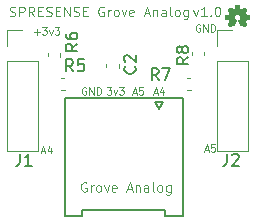
<source format=gto>
G04 #@! TF.GenerationSoftware,KiCad,Pcbnew,(5.1.4)-1*
G04 #@! TF.CreationDate,2020-05-04T16:36:29+09:00*
G04 #@! TF.ProjectId,SPRESENSE_GROVE_ANA,53505245-5345-44e5-9345-5f47524f5645,v0.2*
G04 #@! TF.SameCoordinates,Original*
G04 #@! TF.FileFunction,Legend,Top*
G04 #@! TF.FilePolarity,Positive*
%FSLAX46Y46*%
G04 Gerber Fmt 4.6, Leading zero omitted, Abs format (unit mm)*
G04 Created by KiCad (PCBNEW (5.1.4)-1) date 2020-05-04 16:36:29*
%MOMM*%
%LPD*%
G04 APERTURE LIST*
%ADD10C,0.100000*%
%ADD11C,0.120000*%
%ADD12C,0.002540*%
%ADD13C,0.150000*%
%ADD14C,1.275000*%
%ADD15R,1.750000X1.750000*%
%ADD16C,1.750000*%
%ADD17R,2.100000X2.100000*%
%ADD18O,2.100000X2.100000*%
G04 APERTURE END LIST*
D10*
X140287428Y-113638000D02*
X140573142Y-113638000D01*
X140230285Y-113809428D02*
X140430285Y-113209428D01*
X140630285Y-113809428D01*
X141116000Y-113209428D02*
X140830285Y-113209428D01*
X140801714Y-113495142D01*
X140830285Y-113466571D01*
X140887428Y-113438000D01*
X141030285Y-113438000D01*
X141087428Y-113466571D01*
X141116000Y-113495142D01*
X141144571Y-113552285D01*
X141144571Y-113695142D01*
X141116000Y-113752285D01*
X141087428Y-113780857D01*
X141030285Y-113809428D01*
X140887428Y-113809428D01*
X140830285Y-113780857D01*
X140801714Y-113752285D01*
X135969428Y-108812000D02*
X136255142Y-108812000D01*
X135912285Y-108983428D02*
X136112285Y-108383428D01*
X136312285Y-108983428D01*
X136769428Y-108583428D02*
X136769428Y-108983428D01*
X136626571Y-108354857D02*
X136483714Y-108783428D01*
X136855142Y-108783428D01*
X134191428Y-108812000D02*
X134477142Y-108812000D01*
X134134285Y-108983428D02*
X134334285Y-108383428D01*
X134534285Y-108983428D01*
X135020000Y-108383428D02*
X134734285Y-108383428D01*
X134705714Y-108669142D01*
X134734285Y-108640571D01*
X134791428Y-108612000D01*
X134934285Y-108612000D01*
X134991428Y-108640571D01*
X135020000Y-108669142D01*
X135048571Y-108726285D01*
X135048571Y-108869142D01*
X135020000Y-108926285D01*
X134991428Y-108954857D01*
X134934285Y-108983428D01*
X134791428Y-108983428D01*
X134734285Y-108954857D01*
X134705714Y-108926285D01*
X132000714Y-108383428D02*
X132372142Y-108383428D01*
X132172142Y-108612000D01*
X132257857Y-108612000D01*
X132315000Y-108640571D01*
X132343571Y-108669142D01*
X132372142Y-108726285D01*
X132372142Y-108869142D01*
X132343571Y-108926285D01*
X132315000Y-108954857D01*
X132257857Y-108983428D01*
X132086428Y-108983428D01*
X132029285Y-108954857D01*
X132000714Y-108926285D01*
X132572142Y-108583428D02*
X132715000Y-108983428D01*
X132857857Y-108583428D01*
X133029285Y-108383428D02*
X133400714Y-108383428D01*
X133200714Y-108612000D01*
X133286428Y-108612000D01*
X133343571Y-108640571D01*
X133372142Y-108669142D01*
X133400714Y-108726285D01*
X133400714Y-108869142D01*
X133372142Y-108926285D01*
X133343571Y-108954857D01*
X133286428Y-108983428D01*
X133115000Y-108983428D01*
X133057857Y-108954857D01*
X133029285Y-108926285D01*
X130225857Y-108412000D02*
X130168714Y-108383428D01*
X130083000Y-108383428D01*
X129997285Y-108412000D01*
X129940142Y-108469142D01*
X129911571Y-108526285D01*
X129883000Y-108640571D01*
X129883000Y-108726285D01*
X129911571Y-108840571D01*
X129940142Y-108897714D01*
X129997285Y-108954857D01*
X130083000Y-108983428D01*
X130140142Y-108983428D01*
X130225857Y-108954857D01*
X130254428Y-108926285D01*
X130254428Y-108726285D01*
X130140142Y-108726285D01*
X130511571Y-108983428D02*
X130511571Y-108383428D01*
X130854428Y-108983428D01*
X130854428Y-108383428D01*
X131140142Y-108983428D02*
X131140142Y-108383428D01*
X131283000Y-108383428D01*
X131368714Y-108412000D01*
X131425857Y-108469142D01*
X131454428Y-108526285D01*
X131483000Y-108640571D01*
X131483000Y-108726285D01*
X131454428Y-108840571D01*
X131425857Y-108897714D01*
X131368714Y-108954857D01*
X131283000Y-108983428D01*
X131140142Y-108983428D01*
X139877857Y-103078000D02*
X139820714Y-103049428D01*
X139735000Y-103049428D01*
X139649285Y-103078000D01*
X139592142Y-103135142D01*
X139563571Y-103192285D01*
X139535000Y-103306571D01*
X139535000Y-103392285D01*
X139563571Y-103506571D01*
X139592142Y-103563714D01*
X139649285Y-103620857D01*
X139735000Y-103649428D01*
X139792142Y-103649428D01*
X139877857Y-103620857D01*
X139906428Y-103592285D01*
X139906428Y-103392285D01*
X139792142Y-103392285D01*
X140163571Y-103649428D02*
X140163571Y-103049428D01*
X140506428Y-103649428D01*
X140506428Y-103049428D01*
X140792142Y-103649428D02*
X140792142Y-103049428D01*
X140935000Y-103049428D01*
X141020714Y-103078000D01*
X141077857Y-103135142D01*
X141106428Y-103192285D01*
X141135000Y-103306571D01*
X141135000Y-103392285D01*
X141106428Y-103506571D01*
X141077857Y-103563714D01*
X141020714Y-103620857D01*
X140935000Y-103649428D01*
X140792142Y-103649428D01*
X126444428Y-113765000D02*
X126730142Y-113765000D01*
X126387285Y-113936428D02*
X126587285Y-113336428D01*
X126787285Y-113936428D01*
X127244428Y-113536428D02*
X127244428Y-113936428D01*
X127101571Y-113307857D02*
X126958714Y-113736428D01*
X127330142Y-113736428D01*
X125844428Y-103674857D02*
X126301571Y-103674857D01*
X126073000Y-103903428D02*
X126073000Y-103446285D01*
X126530142Y-103303428D02*
X126901571Y-103303428D01*
X126701571Y-103532000D01*
X126787285Y-103532000D01*
X126844428Y-103560571D01*
X126873000Y-103589142D01*
X126901571Y-103646285D01*
X126901571Y-103789142D01*
X126873000Y-103846285D01*
X126844428Y-103874857D01*
X126787285Y-103903428D01*
X126615857Y-103903428D01*
X126558714Y-103874857D01*
X126530142Y-103846285D01*
X127101571Y-103503428D02*
X127244428Y-103903428D01*
X127387285Y-103503428D01*
X127558714Y-103303428D02*
X127930142Y-103303428D01*
X127730142Y-103532000D01*
X127815857Y-103532000D01*
X127873000Y-103560571D01*
X127901571Y-103589142D01*
X127930142Y-103646285D01*
X127930142Y-103789142D01*
X127901571Y-103846285D01*
X127873000Y-103874857D01*
X127815857Y-103903428D01*
X127644428Y-103903428D01*
X127587285Y-103874857D01*
X127558714Y-103846285D01*
X139319142Y-101809571D02*
X139509619Y-102342904D01*
X139700095Y-101809571D01*
X140423904Y-102342904D02*
X139966761Y-102342904D01*
X140195333Y-102342904D02*
X140195333Y-101542904D01*
X140119142Y-101657190D01*
X140042952Y-101733380D01*
X139966761Y-101771476D01*
X140766761Y-102266714D02*
X140804857Y-102304809D01*
X140766761Y-102342904D01*
X140728666Y-102304809D01*
X140766761Y-102266714D01*
X140766761Y-102342904D01*
X141300095Y-101542904D02*
X141376285Y-101542904D01*
X141452476Y-101581000D01*
X141490571Y-101619095D01*
X141528666Y-101695285D01*
X141566761Y-101847666D01*
X141566761Y-102038142D01*
X141528666Y-102190523D01*
X141490571Y-102266714D01*
X141452476Y-102304809D01*
X141376285Y-102342904D01*
X141300095Y-102342904D01*
X141223904Y-102304809D01*
X141185809Y-102266714D01*
X141147714Y-102190523D01*
X141109619Y-102038142D01*
X141109619Y-101847666D01*
X141147714Y-101695285D01*
X141185809Y-101619095D01*
X141223904Y-101581000D01*
X141300095Y-101542904D01*
X123756095Y-102304809D02*
X123870380Y-102342904D01*
X124060857Y-102342904D01*
X124137047Y-102304809D01*
X124175142Y-102266714D01*
X124213238Y-102190523D01*
X124213238Y-102114333D01*
X124175142Y-102038142D01*
X124137047Y-102000047D01*
X124060857Y-101961952D01*
X123908476Y-101923857D01*
X123832285Y-101885761D01*
X123794190Y-101847666D01*
X123756095Y-101771476D01*
X123756095Y-101695285D01*
X123794190Y-101619095D01*
X123832285Y-101581000D01*
X123908476Y-101542904D01*
X124098952Y-101542904D01*
X124213238Y-101581000D01*
X124556095Y-102342904D02*
X124556095Y-101542904D01*
X124860857Y-101542904D01*
X124937047Y-101581000D01*
X124975142Y-101619095D01*
X125013238Y-101695285D01*
X125013238Y-101809571D01*
X124975142Y-101885761D01*
X124937047Y-101923857D01*
X124860857Y-101961952D01*
X124556095Y-101961952D01*
X125813238Y-102342904D02*
X125546571Y-101961952D01*
X125356095Y-102342904D02*
X125356095Y-101542904D01*
X125660857Y-101542904D01*
X125737047Y-101581000D01*
X125775142Y-101619095D01*
X125813238Y-101695285D01*
X125813238Y-101809571D01*
X125775142Y-101885761D01*
X125737047Y-101923857D01*
X125660857Y-101961952D01*
X125356095Y-101961952D01*
X126156095Y-101923857D02*
X126422761Y-101923857D01*
X126537047Y-102342904D02*
X126156095Y-102342904D01*
X126156095Y-101542904D01*
X126537047Y-101542904D01*
X126841809Y-102304809D02*
X126956095Y-102342904D01*
X127146571Y-102342904D01*
X127222761Y-102304809D01*
X127260857Y-102266714D01*
X127298952Y-102190523D01*
X127298952Y-102114333D01*
X127260857Y-102038142D01*
X127222761Y-102000047D01*
X127146571Y-101961952D01*
X126994190Y-101923857D01*
X126918000Y-101885761D01*
X126879904Y-101847666D01*
X126841809Y-101771476D01*
X126841809Y-101695285D01*
X126879904Y-101619095D01*
X126918000Y-101581000D01*
X126994190Y-101542904D01*
X127184666Y-101542904D01*
X127298952Y-101581000D01*
X127641809Y-101923857D02*
X127908476Y-101923857D01*
X128022761Y-102342904D02*
X127641809Y-102342904D01*
X127641809Y-101542904D01*
X128022761Y-101542904D01*
X128365619Y-102342904D02*
X128365619Y-101542904D01*
X128822761Y-102342904D01*
X128822761Y-101542904D01*
X129165619Y-102304809D02*
X129279904Y-102342904D01*
X129470380Y-102342904D01*
X129546571Y-102304809D01*
X129584666Y-102266714D01*
X129622761Y-102190523D01*
X129622761Y-102114333D01*
X129584666Y-102038142D01*
X129546571Y-102000047D01*
X129470380Y-101961952D01*
X129318000Y-101923857D01*
X129241809Y-101885761D01*
X129203714Y-101847666D01*
X129165619Y-101771476D01*
X129165619Y-101695285D01*
X129203714Y-101619095D01*
X129241809Y-101581000D01*
X129318000Y-101542904D01*
X129508476Y-101542904D01*
X129622761Y-101581000D01*
X129965619Y-101923857D02*
X130232285Y-101923857D01*
X130346571Y-102342904D02*
X129965619Y-102342904D01*
X129965619Y-101542904D01*
X130346571Y-101542904D01*
X131718000Y-101581000D02*
X131641809Y-101542904D01*
X131527523Y-101542904D01*
X131413238Y-101581000D01*
X131337047Y-101657190D01*
X131298952Y-101733380D01*
X131260857Y-101885761D01*
X131260857Y-102000047D01*
X131298952Y-102152428D01*
X131337047Y-102228619D01*
X131413238Y-102304809D01*
X131527523Y-102342904D01*
X131603714Y-102342904D01*
X131718000Y-102304809D01*
X131756095Y-102266714D01*
X131756095Y-102000047D01*
X131603714Y-102000047D01*
X132098952Y-102342904D02*
X132098952Y-101809571D01*
X132098952Y-101961952D02*
X132137047Y-101885761D01*
X132175142Y-101847666D01*
X132251333Y-101809571D01*
X132327523Y-101809571D01*
X132708476Y-102342904D02*
X132632285Y-102304809D01*
X132594190Y-102266714D01*
X132556095Y-102190523D01*
X132556095Y-101961952D01*
X132594190Y-101885761D01*
X132632285Y-101847666D01*
X132708476Y-101809571D01*
X132822761Y-101809571D01*
X132898952Y-101847666D01*
X132937047Y-101885761D01*
X132975142Y-101961952D01*
X132975142Y-102190523D01*
X132937047Y-102266714D01*
X132898952Y-102304809D01*
X132822761Y-102342904D01*
X132708476Y-102342904D01*
X133241809Y-101809571D02*
X133432285Y-102342904D01*
X133622761Y-101809571D01*
X134232285Y-102304809D02*
X134156095Y-102342904D01*
X134003714Y-102342904D01*
X133927523Y-102304809D01*
X133889428Y-102228619D01*
X133889428Y-101923857D01*
X133927523Y-101847666D01*
X134003714Y-101809571D01*
X134156095Y-101809571D01*
X134232285Y-101847666D01*
X134270380Y-101923857D01*
X134270380Y-102000047D01*
X133889428Y-102076238D01*
X135184666Y-102114333D02*
X135565619Y-102114333D01*
X135108476Y-102342904D02*
X135375142Y-101542904D01*
X135641809Y-102342904D01*
X135908476Y-101809571D02*
X135908476Y-102342904D01*
X135908476Y-101885761D02*
X135946571Y-101847666D01*
X136022761Y-101809571D01*
X136137047Y-101809571D01*
X136213238Y-101847666D01*
X136251333Y-101923857D01*
X136251333Y-102342904D01*
X136975142Y-102342904D02*
X136975142Y-101923857D01*
X136937047Y-101847666D01*
X136860857Y-101809571D01*
X136708476Y-101809571D01*
X136632285Y-101847666D01*
X136975142Y-102304809D02*
X136898952Y-102342904D01*
X136708476Y-102342904D01*
X136632285Y-102304809D01*
X136594190Y-102228619D01*
X136594190Y-102152428D01*
X136632285Y-102076238D01*
X136708476Y-102038142D01*
X136898952Y-102038142D01*
X136975142Y-102000047D01*
X137470380Y-102342904D02*
X137394190Y-102304809D01*
X137356095Y-102228619D01*
X137356095Y-101542904D01*
X137889428Y-102342904D02*
X137813238Y-102304809D01*
X137775142Y-102266714D01*
X137737047Y-102190523D01*
X137737047Y-101961952D01*
X137775142Y-101885761D01*
X137813238Y-101847666D01*
X137889428Y-101809571D01*
X138003714Y-101809571D01*
X138079904Y-101847666D01*
X138118000Y-101885761D01*
X138156095Y-101961952D01*
X138156095Y-102190523D01*
X138118000Y-102266714D01*
X138079904Y-102304809D01*
X138003714Y-102342904D01*
X137889428Y-102342904D01*
X138841809Y-101809571D02*
X138841809Y-102457190D01*
X138803714Y-102533380D01*
X138765619Y-102571476D01*
X138689428Y-102609571D01*
X138575142Y-102609571D01*
X138498952Y-102571476D01*
X138841809Y-102304809D02*
X138765619Y-102342904D01*
X138613238Y-102342904D01*
X138537047Y-102304809D01*
X138498952Y-102266714D01*
X138460857Y-102190523D01*
X138460857Y-101961952D01*
X138498952Y-101885761D01*
X138537047Y-101847666D01*
X138613238Y-101809571D01*
X138765619Y-101809571D01*
X138841809Y-101847666D01*
D11*
X131951000Y-106715779D02*
X131951000Y-106390221D01*
X132971000Y-106715779D02*
X132971000Y-106390221D01*
X138775221Y-108587000D02*
X139100779Y-108587000D01*
X138775221Y-107567000D02*
X139100779Y-107567000D01*
D12*
G36*
X142397480Y-103211620D02*
G01*
X142407640Y-103206540D01*
X142430500Y-103191300D01*
X142463520Y-103170980D01*
X142504160Y-103143040D01*
X142542260Y-103117640D01*
X142575280Y-103094780D01*
X142598140Y-103079540D01*
X142608300Y-103074460D01*
X142613380Y-103077000D01*
X142631160Y-103087160D01*
X142659100Y-103099860D01*
X142674340Y-103107480D01*
X142699740Y-103120180D01*
X142712440Y-103122720D01*
X142714980Y-103117640D01*
X142725140Y-103099860D01*
X142737840Y-103066840D01*
X142758160Y-103023660D01*
X142778480Y-102972860D01*
X142801340Y-102916980D01*
X142824200Y-102861100D01*
X142847060Y-102807760D01*
X142867380Y-102759500D01*
X142882620Y-102721400D01*
X142892780Y-102693460D01*
X142897860Y-102683300D01*
X142895320Y-102680760D01*
X142882620Y-102668060D01*
X142862300Y-102652820D01*
X142814040Y-102612180D01*
X142768320Y-102553760D01*
X142737840Y-102487720D01*
X142730220Y-102414060D01*
X142737840Y-102348020D01*
X142763240Y-102284520D01*
X142808960Y-102223560D01*
X142864840Y-102180380D01*
X142930880Y-102152440D01*
X143002000Y-102144820D01*
X143070580Y-102152440D01*
X143136620Y-102177840D01*
X143197580Y-102223560D01*
X143220440Y-102251500D01*
X143256000Y-102312460D01*
X143276320Y-102373420D01*
X143276320Y-102388660D01*
X143273780Y-102459780D01*
X143253460Y-102528360D01*
X143217900Y-102586780D01*
X143164560Y-102637580D01*
X143159480Y-102642660D01*
X143134080Y-102660440D01*
X143118840Y-102670600D01*
X143106140Y-102680760D01*
X143195040Y-102896660D01*
X143210280Y-102932220D01*
X143235680Y-102990640D01*
X143256000Y-103041440D01*
X143273780Y-103082080D01*
X143286480Y-103107480D01*
X143291560Y-103120180D01*
X143299180Y-103120180D01*
X143314420Y-103115100D01*
X143344900Y-103099860D01*
X143365220Y-103089700D01*
X143388080Y-103079540D01*
X143398240Y-103074460D01*
X143408400Y-103079540D01*
X143428720Y-103094780D01*
X143461740Y-103115100D01*
X143499840Y-103140500D01*
X143535400Y-103165900D01*
X143570960Y-103188760D01*
X143593820Y-103204000D01*
X143606520Y-103211620D01*
X143609060Y-103211620D01*
X143619220Y-103204000D01*
X143639540Y-103188760D01*
X143667480Y-103160820D01*
X143708120Y-103120180D01*
X143715740Y-103115100D01*
X143748760Y-103079540D01*
X143776700Y-103049060D01*
X143797020Y-103028740D01*
X143802100Y-103021120D01*
X143797020Y-103008420D01*
X143781780Y-102983020D01*
X143758920Y-102950000D01*
X143730980Y-102909360D01*
X143659860Y-102805220D01*
X143700500Y-102708700D01*
X143710660Y-102678220D01*
X143725900Y-102642660D01*
X143738600Y-102617260D01*
X143743680Y-102604560D01*
X143753840Y-102602020D01*
X143781780Y-102594400D01*
X143819880Y-102586780D01*
X143865600Y-102579160D01*
X143911320Y-102569000D01*
X143949420Y-102561380D01*
X143979900Y-102556300D01*
X143992600Y-102553760D01*
X143995140Y-102551220D01*
X143997680Y-102546140D01*
X144000220Y-102533440D01*
X144000220Y-102508040D01*
X144000220Y-102469940D01*
X144000220Y-102414060D01*
X144000220Y-102408980D01*
X144000220Y-102355640D01*
X144000220Y-102315000D01*
X143997680Y-102289600D01*
X143995140Y-102279440D01*
X143982440Y-102274360D01*
X143954500Y-102269280D01*
X143916400Y-102261660D01*
X143868140Y-102251500D01*
X143865600Y-102251500D01*
X143817340Y-102243880D01*
X143779240Y-102233720D01*
X143751300Y-102228640D01*
X143738600Y-102223560D01*
X143736060Y-102221020D01*
X143725900Y-102203240D01*
X143713200Y-102172760D01*
X143697960Y-102137200D01*
X143682720Y-102101640D01*
X143667480Y-102066080D01*
X143659860Y-102043220D01*
X143657320Y-102030520D01*
X143664940Y-102020360D01*
X143680180Y-101994960D01*
X143703040Y-101961940D01*
X143730980Y-101921300D01*
X143733520Y-101916220D01*
X143761460Y-101878120D01*
X143781780Y-101842560D01*
X143797020Y-101819700D01*
X143802100Y-101809540D01*
X143802100Y-101807000D01*
X143794480Y-101796840D01*
X143774160Y-101773980D01*
X143743680Y-101743500D01*
X143708120Y-101707940D01*
X143697960Y-101697780D01*
X143659860Y-101659680D01*
X143631920Y-101634280D01*
X143614140Y-101621580D01*
X143606520Y-101616500D01*
X143606520Y-101619040D01*
X143593820Y-101624120D01*
X143568420Y-101641900D01*
X143535400Y-101664760D01*
X143494760Y-101692700D01*
X143492220Y-101695240D01*
X143451580Y-101720640D01*
X143418560Y-101743500D01*
X143395700Y-101758740D01*
X143385540Y-101766360D01*
X143383000Y-101766360D01*
X143367760Y-101761280D01*
X143337280Y-101751120D01*
X143304260Y-101738420D01*
X143266160Y-101723180D01*
X143233140Y-101707940D01*
X143207740Y-101697780D01*
X143195040Y-101690160D01*
X143189960Y-101674920D01*
X143184880Y-101644440D01*
X143174720Y-101603800D01*
X143167100Y-101555540D01*
X143164560Y-101547920D01*
X143156940Y-101499660D01*
X143149320Y-101461560D01*
X143141700Y-101433620D01*
X143139160Y-101420920D01*
X143134080Y-101420920D01*
X143108680Y-101418380D01*
X143073120Y-101418380D01*
X143029940Y-101418380D01*
X142986760Y-101418380D01*
X142943580Y-101418380D01*
X142905480Y-101420920D01*
X142880080Y-101420920D01*
X142867380Y-101423460D01*
X142867380Y-101426000D01*
X142862300Y-101438700D01*
X142857220Y-101469180D01*
X142847060Y-101509820D01*
X142839440Y-101560620D01*
X142836900Y-101568240D01*
X142829280Y-101616500D01*
X142819120Y-101654600D01*
X142814040Y-101682540D01*
X142811500Y-101692700D01*
X142806420Y-101695240D01*
X142788640Y-101702860D01*
X142755620Y-101715560D01*
X142714980Y-101733340D01*
X142623540Y-101768900D01*
X142511780Y-101692700D01*
X142501620Y-101685080D01*
X142460980Y-101657140D01*
X142427960Y-101636820D01*
X142405100Y-101621580D01*
X142394940Y-101616500D01*
X142384780Y-101626660D01*
X142361920Y-101646980D01*
X142331440Y-101677460D01*
X142295880Y-101710480D01*
X142270480Y-101738420D01*
X142240000Y-101768900D01*
X142219680Y-101789220D01*
X142209520Y-101804460D01*
X142204440Y-101812080D01*
X142206980Y-101817160D01*
X142212060Y-101829860D01*
X142229840Y-101852720D01*
X142252700Y-101888280D01*
X142280640Y-101926380D01*
X142303500Y-101961940D01*
X142326360Y-101997500D01*
X142341600Y-102025440D01*
X142349220Y-102038140D01*
X142346680Y-102043220D01*
X142339060Y-102066080D01*
X142326360Y-102099100D01*
X142308580Y-102139740D01*
X142270480Y-102228640D01*
X142212060Y-102238800D01*
X142176500Y-102246420D01*
X142125700Y-102254040D01*
X142079980Y-102264200D01*
X142006320Y-102279440D01*
X142003780Y-102546140D01*
X142013940Y-102551220D01*
X142026640Y-102556300D01*
X142052040Y-102561380D01*
X142092680Y-102569000D01*
X142138400Y-102576620D01*
X142176500Y-102584240D01*
X142217140Y-102591860D01*
X142245080Y-102596940D01*
X142257780Y-102599480D01*
X142260320Y-102604560D01*
X142270480Y-102624880D01*
X142285720Y-102655360D01*
X142300960Y-102690920D01*
X142316200Y-102729020D01*
X142328900Y-102764580D01*
X142339060Y-102789980D01*
X142344140Y-102805220D01*
X142339060Y-102815380D01*
X142323820Y-102838240D01*
X142300960Y-102871260D01*
X142275560Y-102909360D01*
X142247620Y-102950000D01*
X142224760Y-102983020D01*
X142209520Y-103008420D01*
X142201900Y-103018580D01*
X142206980Y-103026200D01*
X142222220Y-103043980D01*
X142250160Y-103074460D01*
X142295880Y-103120180D01*
X142303500Y-103125260D01*
X142336520Y-103160820D01*
X142367000Y-103186220D01*
X142387320Y-103206540D01*
X142397480Y-103211620D01*
X142397480Y-103211620D01*
G37*
X142397480Y-103211620D02*
X142407640Y-103206540D01*
X142430500Y-103191300D01*
X142463520Y-103170980D01*
X142504160Y-103143040D01*
X142542260Y-103117640D01*
X142575280Y-103094780D01*
X142598140Y-103079540D01*
X142608300Y-103074460D01*
X142613380Y-103077000D01*
X142631160Y-103087160D01*
X142659100Y-103099860D01*
X142674340Y-103107480D01*
X142699740Y-103120180D01*
X142712440Y-103122720D01*
X142714980Y-103117640D01*
X142725140Y-103099860D01*
X142737840Y-103066840D01*
X142758160Y-103023660D01*
X142778480Y-102972860D01*
X142801340Y-102916980D01*
X142824200Y-102861100D01*
X142847060Y-102807760D01*
X142867380Y-102759500D01*
X142882620Y-102721400D01*
X142892780Y-102693460D01*
X142897860Y-102683300D01*
X142895320Y-102680760D01*
X142882620Y-102668060D01*
X142862300Y-102652820D01*
X142814040Y-102612180D01*
X142768320Y-102553760D01*
X142737840Y-102487720D01*
X142730220Y-102414060D01*
X142737840Y-102348020D01*
X142763240Y-102284520D01*
X142808960Y-102223560D01*
X142864840Y-102180380D01*
X142930880Y-102152440D01*
X143002000Y-102144820D01*
X143070580Y-102152440D01*
X143136620Y-102177840D01*
X143197580Y-102223560D01*
X143220440Y-102251500D01*
X143256000Y-102312460D01*
X143276320Y-102373420D01*
X143276320Y-102388660D01*
X143273780Y-102459780D01*
X143253460Y-102528360D01*
X143217900Y-102586780D01*
X143164560Y-102637580D01*
X143159480Y-102642660D01*
X143134080Y-102660440D01*
X143118840Y-102670600D01*
X143106140Y-102680760D01*
X143195040Y-102896660D01*
X143210280Y-102932220D01*
X143235680Y-102990640D01*
X143256000Y-103041440D01*
X143273780Y-103082080D01*
X143286480Y-103107480D01*
X143291560Y-103120180D01*
X143299180Y-103120180D01*
X143314420Y-103115100D01*
X143344900Y-103099860D01*
X143365220Y-103089700D01*
X143388080Y-103079540D01*
X143398240Y-103074460D01*
X143408400Y-103079540D01*
X143428720Y-103094780D01*
X143461740Y-103115100D01*
X143499840Y-103140500D01*
X143535400Y-103165900D01*
X143570960Y-103188760D01*
X143593820Y-103204000D01*
X143606520Y-103211620D01*
X143609060Y-103211620D01*
X143619220Y-103204000D01*
X143639540Y-103188760D01*
X143667480Y-103160820D01*
X143708120Y-103120180D01*
X143715740Y-103115100D01*
X143748760Y-103079540D01*
X143776700Y-103049060D01*
X143797020Y-103028740D01*
X143802100Y-103021120D01*
X143797020Y-103008420D01*
X143781780Y-102983020D01*
X143758920Y-102950000D01*
X143730980Y-102909360D01*
X143659860Y-102805220D01*
X143700500Y-102708700D01*
X143710660Y-102678220D01*
X143725900Y-102642660D01*
X143738600Y-102617260D01*
X143743680Y-102604560D01*
X143753840Y-102602020D01*
X143781780Y-102594400D01*
X143819880Y-102586780D01*
X143865600Y-102579160D01*
X143911320Y-102569000D01*
X143949420Y-102561380D01*
X143979900Y-102556300D01*
X143992600Y-102553760D01*
X143995140Y-102551220D01*
X143997680Y-102546140D01*
X144000220Y-102533440D01*
X144000220Y-102508040D01*
X144000220Y-102469940D01*
X144000220Y-102414060D01*
X144000220Y-102408980D01*
X144000220Y-102355640D01*
X144000220Y-102315000D01*
X143997680Y-102289600D01*
X143995140Y-102279440D01*
X143982440Y-102274360D01*
X143954500Y-102269280D01*
X143916400Y-102261660D01*
X143868140Y-102251500D01*
X143865600Y-102251500D01*
X143817340Y-102243880D01*
X143779240Y-102233720D01*
X143751300Y-102228640D01*
X143738600Y-102223560D01*
X143736060Y-102221020D01*
X143725900Y-102203240D01*
X143713200Y-102172760D01*
X143697960Y-102137200D01*
X143682720Y-102101640D01*
X143667480Y-102066080D01*
X143659860Y-102043220D01*
X143657320Y-102030520D01*
X143664940Y-102020360D01*
X143680180Y-101994960D01*
X143703040Y-101961940D01*
X143730980Y-101921300D01*
X143733520Y-101916220D01*
X143761460Y-101878120D01*
X143781780Y-101842560D01*
X143797020Y-101819700D01*
X143802100Y-101809540D01*
X143802100Y-101807000D01*
X143794480Y-101796840D01*
X143774160Y-101773980D01*
X143743680Y-101743500D01*
X143708120Y-101707940D01*
X143697960Y-101697780D01*
X143659860Y-101659680D01*
X143631920Y-101634280D01*
X143614140Y-101621580D01*
X143606520Y-101616500D01*
X143606520Y-101619040D01*
X143593820Y-101624120D01*
X143568420Y-101641900D01*
X143535400Y-101664760D01*
X143494760Y-101692700D01*
X143492220Y-101695240D01*
X143451580Y-101720640D01*
X143418560Y-101743500D01*
X143395700Y-101758740D01*
X143385540Y-101766360D01*
X143383000Y-101766360D01*
X143367760Y-101761280D01*
X143337280Y-101751120D01*
X143304260Y-101738420D01*
X143266160Y-101723180D01*
X143233140Y-101707940D01*
X143207740Y-101697780D01*
X143195040Y-101690160D01*
X143189960Y-101674920D01*
X143184880Y-101644440D01*
X143174720Y-101603800D01*
X143167100Y-101555540D01*
X143164560Y-101547920D01*
X143156940Y-101499660D01*
X143149320Y-101461560D01*
X143141700Y-101433620D01*
X143139160Y-101420920D01*
X143134080Y-101420920D01*
X143108680Y-101418380D01*
X143073120Y-101418380D01*
X143029940Y-101418380D01*
X142986760Y-101418380D01*
X142943580Y-101418380D01*
X142905480Y-101420920D01*
X142880080Y-101420920D01*
X142867380Y-101423460D01*
X142867380Y-101426000D01*
X142862300Y-101438700D01*
X142857220Y-101469180D01*
X142847060Y-101509820D01*
X142839440Y-101560620D01*
X142836900Y-101568240D01*
X142829280Y-101616500D01*
X142819120Y-101654600D01*
X142814040Y-101682540D01*
X142811500Y-101692700D01*
X142806420Y-101695240D01*
X142788640Y-101702860D01*
X142755620Y-101715560D01*
X142714980Y-101733340D01*
X142623540Y-101768900D01*
X142511780Y-101692700D01*
X142501620Y-101685080D01*
X142460980Y-101657140D01*
X142427960Y-101636820D01*
X142405100Y-101621580D01*
X142394940Y-101616500D01*
X142384780Y-101626660D01*
X142361920Y-101646980D01*
X142331440Y-101677460D01*
X142295880Y-101710480D01*
X142270480Y-101738420D01*
X142240000Y-101768900D01*
X142219680Y-101789220D01*
X142209520Y-101804460D01*
X142204440Y-101812080D01*
X142206980Y-101817160D01*
X142212060Y-101829860D01*
X142229840Y-101852720D01*
X142252700Y-101888280D01*
X142280640Y-101926380D01*
X142303500Y-101961940D01*
X142326360Y-101997500D01*
X142341600Y-102025440D01*
X142349220Y-102038140D01*
X142346680Y-102043220D01*
X142339060Y-102066080D01*
X142326360Y-102099100D01*
X142308580Y-102139740D01*
X142270480Y-102228640D01*
X142212060Y-102238800D01*
X142176500Y-102246420D01*
X142125700Y-102254040D01*
X142079980Y-102264200D01*
X142006320Y-102279440D01*
X142003780Y-102546140D01*
X142013940Y-102551220D01*
X142026640Y-102556300D01*
X142052040Y-102561380D01*
X142092680Y-102569000D01*
X142138400Y-102576620D01*
X142176500Y-102584240D01*
X142217140Y-102591860D01*
X142245080Y-102596940D01*
X142257780Y-102599480D01*
X142260320Y-102604560D01*
X142270480Y-102624880D01*
X142285720Y-102655360D01*
X142300960Y-102690920D01*
X142316200Y-102729020D01*
X142328900Y-102764580D01*
X142339060Y-102789980D01*
X142344140Y-102805220D01*
X142339060Y-102815380D01*
X142323820Y-102838240D01*
X142300960Y-102871260D01*
X142275560Y-102909360D01*
X142247620Y-102950000D01*
X142224760Y-102983020D01*
X142209520Y-103008420D01*
X142201900Y-103018580D01*
X142206980Y-103026200D01*
X142222220Y-103043980D01*
X142250160Y-103074460D01*
X142295880Y-103120180D01*
X142303500Y-103125260D01*
X142336520Y-103160820D01*
X142367000Y-103186220D01*
X142387320Y-103206540D01*
X142397480Y-103211620D01*
D13*
X138398000Y-109252000D02*
X128398000Y-109252000D01*
X128398000Y-119252000D02*
X128398000Y-109252000D01*
X136898000Y-118752000D02*
X129898000Y-118752000D01*
X136898000Y-119252000D02*
X136898000Y-118752000D01*
X138398000Y-119252000D02*
X136898000Y-119252000D01*
X138398000Y-109252000D02*
X138398000Y-119252000D01*
X129898000Y-118752000D02*
X129898000Y-119252000D01*
X129898000Y-119252000D02*
X128398000Y-119252000D01*
X136398000Y-110240000D02*
X136698000Y-109640000D01*
X136698000Y-109640000D02*
X136098000Y-109640000D01*
X136098000Y-109640000D02*
X136398000Y-110240000D01*
D11*
X123511000Y-113805000D02*
X126171000Y-113805000D01*
X123511000Y-106125000D02*
X123511000Y-113805000D01*
X126171000Y-106125000D02*
X126171000Y-113805000D01*
X123511000Y-106125000D02*
X126171000Y-106125000D01*
X123511000Y-104855000D02*
X123511000Y-103525000D01*
X123511000Y-103525000D02*
X124841000Y-103525000D01*
X141291000Y-103525000D02*
X142621000Y-103525000D01*
X141291000Y-104855000D02*
X141291000Y-103525000D01*
X141291000Y-106125000D02*
X143951000Y-106125000D01*
X143951000Y-106125000D02*
X143951000Y-113805000D01*
X141291000Y-106125000D02*
X141291000Y-113805000D01*
X141291000Y-113805000D02*
X143951000Y-113805000D01*
X128107221Y-108587000D02*
X128432779Y-108587000D01*
X128107221Y-107567000D02*
X128432779Y-107567000D01*
X128018000Y-105501221D02*
X128018000Y-105826779D01*
X126998000Y-105501221D02*
X126998000Y-105826779D01*
X140210000Y-105374221D02*
X140210000Y-105699779D01*
X139190000Y-105374221D02*
X139190000Y-105699779D01*
D13*
X134342142Y-106592666D02*
X134389761Y-106640285D01*
X134437380Y-106783142D01*
X134437380Y-106878380D01*
X134389761Y-107021238D01*
X134294523Y-107116476D01*
X134199285Y-107164095D01*
X134008809Y-107211714D01*
X133865952Y-107211714D01*
X133675476Y-107164095D01*
X133580238Y-107116476D01*
X133485000Y-107021238D01*
X133437380Y-106878380D01*
X133437380Y-106783142D01*
X133485000Y-106640285D01*
X133532619Y-106592666D01*
X133532619Y-106211714D02*
X133485000Y-106164095D01*
X133437380Y-106068857D01*
X133437380Y-105830761D01*
X133485000Y-105735523D01*
X133532619Y-105687904D01*
X133627857Y-105640285D01*
X133723095Y-105640285D01*
X133865952Y-105687904D01*
X134437380Y-106259333D01*
X134437380Y-105640285D01*
X136358333Y-107767380D02*
X136025000Y-107291190D01*
X135786904Y-107767380D02*
X135786904Y-106767380D01*
X136167857Y-106767380D01*
X136263095Y-106815000D01*
X136310714Y-106862619D01*
X136358333Y-106957857D01*
X136358333Y-107100714D01*
X136310714Y-107195952D01*
X136263095Y-107243571D01*
X136167857Y-107291190D01*
X135786904Y-107291190D01*
X136691666Y-106767380D02*
X137358333Y-106767380D01*
X136929761Y-107767380D01*
D10*
X130251619Y-116440000D02*
X130175428Y-116401904D01*
X130061142Y-116401904D01*
X129946857Y-116440000D01*
X129870666Y-116516190D01*
X129832571Y-116592380D01*
X129794476Y-116744761D01*
X129794476Y-116859047D01*
X129832571Y-117011428D01*
X129870666Y-117087619D01*
X129946857Y-117163809D01*
X130061142Y-117201904D01*
X130137333Y-117201904D01*
X130251619Y-117163809D01*
X130289714Y-117125714D01*
X130289714Y-116859047D01*
X130137333Y-116859047D01*
X130632571Y-117201904D02*
X130632571Y-116668571D01*
X130632571Y-116820952D02*
X130670666Y-116744761D01*
X130708761Y-116706666D01*
X130784952Y-116668571D01*
X130861142Y-116668571D01*
X131242095Y-117201904D02*
X131165904Y-117163809D01*
X131127809Y-117125714D01*
X131089714Y-117049523D01*
X131089714Y-116820952D01*
X131127809Y-116744761D01*
X131165904Y-116706666D01*
X131242095Y-116668571D01*
X131356380Y-116668571D01*
X131432571Y-116706666D01*
X131470666Y-116744761D01*
X131508761Y-116820952D01*
X131508761Y-117049523D01*
X131470666Y-117125714D01*
X131432571Y-117163809D01*
X131356380Y-117201904D01*
X131242095Y-117201904D01*
X131775428Y-116668571D02*
X131965904Y-117201904D01*
X132156380Y-116668571D01*
X132765904Y-117163809D02*
X132689714Y-117201904D01*
X132537333Y-117201904D01*
X132461142Y-117163809D01*
X132423047Y-117087619D01*
X132423047Y-116782857D01*
X132461142Y-116706666D01*
X132537333Y-116668571D01*
X132689714Y-116668571D01*
X132765904Y-116706666D01*
X132804000Y-116782857D01*
X132804000Y-116859047D01*
X132423047Y-116935238D01*
X133718285Y-116973333D02*
X134099238Y-116973333D01*
X133642095Y-117201904D02*
X133908761Y-116401904D01*
X134175428Y-117201904D01*
X134442095Y-116668571D02*
X134442095Y-117201904D01*
X134442095Y-116744761D02*
X134480190Y-116706666D01*
X134556380Y-116668571D01*
X134670666Y-116668571D01*
X134746857Y-116706666D01*
X134784952Y-116782857D01*
X134784952Y-117201904D01*
X135508761Y-117201904D02*
X135508761Y-116782857D01*
X135470666Y-116706666D01*
X135394476Y-116668571D01*
X135242095Y-116668571D01*
X135165904Y-116706666D01*
X135508761Y-117163809D02*
X135432571Y-117201904D01*
X135242095Y-117201904D01*
X135165904Y-117163809D01*
X135127809Y-117087619D01*
X135127809Y-117011428D01*
X135165904Y-116935238D01*
X135242095Y-116897142D01*
X135432571Y-116897142D01*
X135508761Y-116859047D01*
X136004000Y-117201904D02*
X135927809Y-117163809D01*
X135889714Y-117087619D01*
X135889714Y-116401904D01*
X136423047Y-117201904D02*
X136346857Y-117163809D01*
X136308761Y-117125714D01*
X136270666Y-117049523D01*
X136270666Y-116820952D01*
X136308761Y-116744761D01*
X136346857Y-116706666D01*
X136423047Y-116668571D01*
X136537333Y-116668571D01*
X136613523Y-116706666D01*
X136651619Y-116744761D01*
X136689714Y-116820952D01*
X136689714Y-117049523D01*
X136651619Y-117125714D01*
X136613523Y-117163809D01*
X136537333Y-117201904D01*
X136423047Y-117201904D01*
X137375428Y-116668571D02*
X137375428Y-117316190D01*
X137337333Y-117392380D01*
X137299238Y-117430476D01*
X137223047Y-117468571D01*
X137108761Y-117468571D01*
X137032571Y-117430476D01*
X137375428Y-117163809D02*
X137299238Y-117201904D01*
X137146857Y-117201904D01*
X137070666Y-117163809D01*
X137032571Y-117125714D01*
X136994476Y-117049523D01*
X136994476Y-116820952D01*
X137032571Y-116744761D01*
X137070666Y-116706666D01*
X137146857Y-116668571D01*
X137299238Y-116668571D01*
X137375428Y-116706666D01*
D13*
X124634666Y-114006380D02*
X124634666Y-114720666D01*
X124587047Y-114863523D01*
X124491809Y-114958761D01*
X124348952Y-115006380D01*
X124253714Y-115006380D01*
X125634666Y-115006380D02*
X125063238Y-115006380D01*
X125348952Y-115006380D02*
X125348952Y-114006380D01*
X125253714Y-114149238D01*
X125158476Y-114244476D01*
X125063238Y-114292095D01*
X142160666Y-114006380D02*
X142160666Y-114720666D01*
X142113047Y-114863523D01*
X142017809Y-114958761D01*
X141874952Y-115006380D01*
X141779714Y-115006380D01*
X142589238Y-114101619D02*
X142636857Y-114054000D01*
X142732095Y-114006380D01*
X142970190Y-114006380D01*
X143065428Y-114054000D01*
X143113047Y-114101619D01*
X143160666Y-114196857D01*
X143160666Y-114292095D01*
X143113047Y-114434952D01*
X142541619Y-115006380D01*
X143160666Y-115006380D01*
X129119333Y-107005380D02*
X128786000Y-106529190D01*
X128547904Y-107005380D02*
X128547904Y-106005380D01*
X128928857Y-106005380D01*
X129024095Y-106053000D01*
X129071714Y-106100619D01*
X129119333Y-106195857D01*
X129119333Y-106338714D01*
X129071714Y-106433952D01*
X129024095Y-106481571D01*
X128928857Y-106529190D01*
X128547904Y-106529190D01*
X130024095Y-106005380D02*
X129547904Y-106005380D01*
X129500285Y-106481571D01*
X129547904Y-106433952D01*
X129643142Y-106386333D01*
X129881238Y-106386333D01*
X129976476Y-106433952D01*
X130024095Y-106481571D01*
X130071714Y-106576809D01*
X130071714Y-106814904D01*
X130024095Y-106910142D01*
X129976476Y-106957761D01*
X129881238Y-107005380D01*
X129643142Y-107005380D01*
X129547904Y-106957761D01*
X129500285Y-106910142D01*
X129484380Y-104687666D02*
X129008190Y-105021000D01*
X129484380Y-105259095D02*
X128484380Y-105259095D01*
X128484380Y-104878142D01*
X128532000Y-104782904D01*
X128579619Y-104735285D01*
X128674857Y-104687666D01*
X128817714Y-104687666D01*
X128912952Y-104735285D01*
X128960571Y-104782904D01*
X129008190Y-104878142D01*
X129008190Y-105259095D01*
X128484380Y-103830523D02*
X128484380Y-104021000D01*
X128532000Y-104116238D01*
X128579619Y-104163857D01*
X128722476Y-104259095D01*
X128912952Y-104306714D01*
X129293904Y-104306714D01*
X129389142Y-104259095D01*
X129436761Y-104211476D01*
X129484380Y-104116238D01*
X129484380Y-103925761D01*
X129436761Y-103830523D01*
X129389142Y-103782904D01*
X129293904Y-103735285D01*
X129055809Y-103735285D01*
X128960571Y-103782904D01*
X128912952Y-103830523D01*
X128865333Y-103925761D01*
X128865333Y-104116238D01*
X128912952Y-104211476D01*
X128960571Y-104259095D01*
X129055809Y-104306714D01*
X138882380Y-105830666D02*
X138406190Y-106164000D01*
X138882380Y-106402095D02*
X137882380Y-106402095D01*
X137882380Y-106021142D01*
X137930000Y-105925904D01*
X137977619Y-105878285D01*
X138072857Y-105830666D01*
X138215714Y-105830666D01*
X138310952Y-105878285D01*
X138358571Y-105925904D01*
X138406190Y-106021142D01*
X138406190Y-106402095D01*
X138310952Y-105259238D02*
X138263333Y-105354476D01*
X138215714Y-105402095D01*
X138120476Y-105449714D01*
X138072857Y-105449714D01*
X137977619Y-105402095D01*
X137930000Y-105354476D01*
X137882380Y-105259238D01*
X137882380Y-105068761D01*
X137930000Y-104973523D01*
X137977619Y-104925904D01*
X138072857Y-104878285D01*
X138120476Y-104878285D01*
X138215714Y-104925904D01*
X138263333Y-104973523D01*
X138310952Y-105068761D01*
X138310952Y-105259238D01*
X138358571Y-105354476D01*
X138406190Y-105402095D01*
X138501428Y-105449714D01*
X138691904Y-105449714D01*
X138787142Y-105402095D01*
X138834761Y-105354476D01*
X138882380Y-105259238D01*
X138882380Y-105068761D01*
X138834761Y-104973523D01*
X138787142Y-104925904D01*
X138691904Y-104878285D01*
X138501428Y-104878285D01*
X138406190Y-104925904D01*
X138358571Y-104973523D01*
X138310952Y-105068761D01*
%LPC*%
D10*
G36*
X132848493Y-106704535D02*
G01*
X132879435Y-106709125D01*
X132909778Y-106716725D01*
X132939230Y-106727263D01*
X132967508Y-106740638D01*
X132994338Y-106756719D01*
X133019463Y-106775353D01*
X133042640Y-106796360D01*
X133063647Y-106819537D01*
X133082281Y-106844662D01*
X133098362Y-106871492D01*
X133111737Y-106899770D01*
X133122275Y-106929222D01*
X133129875Y-106959565D01*
X133134465Y-106990507D01*
X133136000Y-107021750D01*
X133136000Y-107659250D01*
X133134465Y-107690493D01*
X133129875Y-107721435D01*
X133122275Y-107751778D01*
X133111737Y-107781230D01*
X133098362Y-107809508D01*
X133082281Y-107836338D01*
X133063647Y-107861463D01*
X133042640Y-107884640D01*
X133019463Y-107905647D01*
X132994338Y-107924281D01*
X132967508Y-107940362D01*
X132939230Y-107953737D01*
X132909778Y-107964275D01*
X132879435Y-107971875D01*
X132848493Y-107976465D01*
X132817250Y-107978000D01*
X132104750Y-107978000D01*
X132073507Y-107976465D01*
X132042565Y-107971875D01*
X132012222Y-107964275D01*
X131982770Y-107953737D01*
X131954492Y-107940362D01*
X131927662Y-107924281D01*
X131902537Y-107905647D01*
X131879360Y-107884640D01*
X131858353Y-107861463D01*
X131839719Y-107836338D01*
X131823638Y-107809508D01*
X131810263Y-107781230D01*
X131799725Y-107751778D01*
X131792125Y-107721435D01*
X131787535Y-107690493D01*
X131786000Y-107659250D01*
X131786000Y-107021750D01*
X131787535Y-106990507D01*
X131792125Y-106959565D01*
X131799725Y-106929222D01*
X131810263Y-106899770D01*
X131823638Y-106871492D01*
X131839719Y-106844662D01*
X131858353Y-106819537D01*
X131879360Y-106796360D01*
X131902537Y-106775353D01*
X131927662Y-106756719D01*
X131954492Y-106740638D01*
X131982770Y-106727263D01*
X132012222Y-106716725D01*
X132042565Y-106709125D01*
X132073507Y-106704535D01*
X132104750Y-106703000D01*
X132817250Y-106703000D01*
X132848493Y-106704535D01*
X132848493Y-106704535D01*
G37*
D14*
X132461000Y-107340500D03*
D10*
G36*
X132848493Y-105129535D02*
G01*
X132879435Y-105134125D01*
X132909778Y-105141725D01*
X132939230Y-105152263D01*
X132967508Y-105165638D01*
X132994338Y-105181719D01*
X133019463Y-105200353D01*
X133042640Y-105221360D01*
X133063647Y-105244537D01*
X133082281Y-105269662D01*
X133098362Y-105296492D01*
X133111737Y-105324770D01*
X133122275Y-105354222D01*
X133129875Y-105384565D01*
X133134465Y-105415507D01*
X133136000Y-105446750D01*
X133136000Y-106084250D01*
X133134465Y-106115493D01*
X133129875Y-106146435D01*
X133122275Y-106176778D01*
X133111737Y-106206230D01*
X133098362Y-106234508D01*
X133082281Y-106261338D01*
X133063647Y-106286463D01*
X133042640Y-106309640D01*
X133019463Y-106330647D01*
X132994338Y-106349281D01*
X132967508Y-106365362D01*
X132939230Y-106378737D01*
X132909778Y-106389275D01*
X132879435Y-106396875D01*
X132848493Y-106401465D01*
X132817250Y-106403000D01*
X132104750Y-106403000D01*
X132073507Y-106401465D01*
X132042565Y-106396875D01*
X132012222Y-106389275D01*
X131982770Y-106378737D01*
X131954492Y-106365362D01*
X131927662Y-106349281D01*
X131902537Y-106330647D01*
X131879360Y-106309640D01*
X131858353Y-106286463D01*
X131839719Y-106261338D01*
X131823638Y-106234508D01*
X131810263Y-106206230D01*
X131799725Y-106176778D01*
X131792125Y-106146435D01*
X131787535Y-106115493D01*
X131786000Y-106084250D01*
X131786000Y-105446750D01*
X131787535Y-105415507D01*
X131792125Y-105384565D01*
X131799725Y-105354222D01*
X131810263Y-105324770D01*
X131823638Y-105296492D01*
X131839719Y-105269662D01*
X131858353Y-105244537D01*
X131879360Y-105221360D01*
X131902537Y-105200353D01*
X131927662Y-105181719D01*
X131954492Y-105165638D01*
X131982770Y-105152263D01*
X132012222Y-105141725D01*
X132042565Y-105134125D01*
X132073507Y-105129535D01*
X132104750Y-105128000D01*
X132817250Y-105128000D01*
X132848493Y-105129535D01*
X132848493Y-105129535D01*
G37*
D14*
X132461000Y-105765500D03*
D10*
G36*
X140075493Y-107403535D02*
G01*
X140106435Y-107408125D01*
X140136778Y-107415725D01*
X140166230Y-107426263D01*
X140194508Y-107439638D01*
X140221338Y-107455719D01*
X140246463Y-107474353D01*
X140269640Y-107495360D01*
X140290647Y-107518537D01*
X140309281Y-107543662D01*
X140325362Y-107570492D01*
X140338737Y-107598770D01*
X140349275Y-107628222D01*
X140356875Y-107658565D01*
X140361465Y-107689507D01*
X140363000Y-107720750D01*
X140363000Y-108433250D01*
X140361465Y-108464493D01*
X140356875Y-108495435D01*
X140349275Y-108525778D01*
X140338737Y-108555230D01*
X140325362Y-108583508D01*
X140309281Y-108610338D01*
X140290647Y-108635463D01*
X140269640Y-108658640D01*
X140246463Y-108679647D01*
X140221338Y-108698281D01*
X140194508Y-108714362D01*
X140166230Y-108727737D01*
X140136778Y-108738275D01*
X140106435Y-108745875D01*
X140075493Y-108750465D01*
X140044250Y-108752000D01*
X139406750Y-108752000D01*
X139375507Y-108750465D01*
X139344565Y-108745875D01*
X139314222Y-108738275D01*
X139284770Y-108727737D01*
X139256492Y-108714362D01*
X139229662Y-108698281D01*
X139204537Y-108679647D01*
X139181360Y-108658640D01*
X139160353Y-108635463D01*
X139141719Y-108610338D01*
X139125638Y-108583508D01*
X139112263Y-108555230D01*
X139101725Y-108525778D01*
X139094125Y-108495435D01*
X139089535Y-108464493D01*
X139088000Y-108433250D01*
X139088000Y-107720750D01*
X139089535Y-107689507D01*
X139094125Y-107658565D01*
X139101725Y-107628222D01*
X139112263Y-107598770D01*
X139125638Y-107570492D01*
X139141719Y-107543662D01*
X139160353Y-107518537D01*
X139181360Y-107495360D01*
X139204537Y-107474353D01*
X139229662Y-107455719D01*
X139256492Y-107439638D01*
X139284770Y-107426263D01*
X139314222Y-107415725D01*
X139344565Y-107408125D01*
X139375507Y-107403535D01*
X139406750Y-107402000D01*
X140044250Y-107402000D01*
X140075493Y-107403535D01*
X140075493Y-107403535D01*
G37*
D14*
X139725500Y-108077000D03*
D10*
G36*
X138500493Y-107403535D02*
G01*
X138531435Y-107408125D01*
X138561778Y-107415725D01*
X138591230Y-107426263D01*
X138619508Y-107439638D01*
X138646338Y-107455719D01*
X138671463Y-107474353D01*
X138694640Y-107495360D01*
X138715647Y-107518537D01*
X138734281Y-107543662D01*
X138750362Y-107570492D01*
X138763737Y-107598770D01*
X138774275Y-107628222D01*
X138781875Y-107658565D01*
X138786465Y-107689507D01*
X138788000Y-107720750D01*
X138788000Y-108433250D01*
X138786465Y-108464493D01*
X138781875Y-108495435D01*
X138774275Y-108525778D01*
X138763737Y-108555230D01*
X138750362Y-108583508D01*
X138734281Y-108610338D01*
X138715647Y-108635463D01*
X138694640Y-108658640D01*
X138671463Y-108679647D01*
X138646338Y-108698281D01*
X138619508Y-108714362D01*
X138591230Y-108727737D01*
X138561778Y-108738275D01*
X138531435Y-108745875D01*
X138500493Y-108750465D01*
X138469250Y-108752000D01*
X137831750Y-108752000D01*
X137800507Y-108750465D01*
X137769565Y-108745875D01*
X137739222Y-108738275D01*
X137709770Y-108727737D01*
X137681492Y-108714362D01*
X137654662Y-108698281D01*
X137629537Y-108679647D01*
X137606360Y-108658640D01*
X137585353Y-108635463D01*
X137566719Y-108610338D01*
X137550638Y-108583508D01*
X137537263Y-108555230D01*
X137526725Y-108525778D01*
X137519125Y-108495435D01*
X137514535Y-108464493D01*
X137513000Y-108433250D01*
X137513000Y-107720750D01*
X137514535Y-107689507D01*
X137519125Y-107658565D01*
X137526725Y-107628222D01*
X137537263Y-107598770D01*
X137550638Y-107570492D01*
X137566719Y-107543662D01*
X137585353Y-107518537D01*
X137606360Y-107495360D01*
X137629537Y-107474353D01*
X137654662Y-107455719D01*
X137681492Y-107439638D01*
X137709770Y-107426263D01*
X137739222Y-107415725D01*
X137769565Y-107408125D01*
X137800507Y-107403535D01*
X137831750Y-107402000D01*
X138469250Y-107402000D01*
X138500493Y-107403535D01*
X138500493Y-107403535D01*
G37*
D14*
X138150500Y-108077000D03*
D15*
X136398000Y-111252000D03*
D16*
X134398000Y-111252000D03*
X132398000Y-111252000D03*
X130398000Y-111252000D03*
D17*
X124841000Y-104855000D03*
D18*
X124841000Y-107395000D03*
X124841000Y-109935000D03*
X124841000Y-112475000D03*
X142621000Y-112475000D03*
X142621000Y-109935000D03*
X142621000Y-107395000D03*
D17*
X142621000Y-104855000D03*
D10*
G36*
X129407493Y-107403535D02*
G01*
X129438435Y-107408125D01*
X129468778Y-107415725D01*
X129498230Y-107426263D01*
X129526508Y-107439638D01*
X129553338Y-107455719D01*
X129578463Y-107474353D01*
X129601640Y-107495360D01*
X129622647Y-107518537D01*
X129641281Y-107543662D01*
X129657362Y-107570492D01*
X129670737Y-107598770D01*
X129681275Y-107628222D01*
X129688875Y-107658565D01*
X129693465Y-107689507D01*
X129695000Y-107720750D01*
X129695000Y-108433250D01*
X129693465Y-108464493D01*
X129688875Y-108495435D01*
X129681275Y-108525778D01*
X129670737Y-108555230D01*
X129657362Y-108583508D01*
X129641281Y-108610338D01*
X129622647Y-108635463D01*
X129601640Y-108658640D01*
X129578463Y-108679647D01*
X129553338Y-108698281D01*
X129526508Y-108714362D01*
X129498230Y-108727737D01*
X129468778Y-108738275D01*
X129438435Y-108745875D01*
X129407493Y-108750465D01*
X129376250Y-108752000D01*
X128738750Y-108752000D01*
X128707507Y-108750465D01*
X128676565Y-108745875D01*
X128646222Y-108738275D01*
X128616770Y-108727737D01*
X128588492Y-108714362D01*
X128561662Y-108698281D01*
X128536537Y-108679647D01*
X128513360Y-108658640D01*
X128492353Y-108635463D01*
X128473719Y-108610338D01*
X128457638Y-108583508D01*
X128444263Y-108555230D01*
X128433725Y-108525778D01*
X128426125Y-108495435D01*
X128421535Y-108464493D01*
X128420000Y-108433250D01*
X128420000Y-107720750D01*
X128421535Y-107689507D01*
X128426125Y-107658565D01*
X128433725Y-107628222D01*
X128444263Y-107598770D01*
X128457638Y-107570492D01*
X128473719Y-107543662D01*
X128492353Y-107518537D01*
X128513360Y-107495360D01*
X128536537Y-107474353D01*
X128561662Y-107455719D01*
X128588492Y-107439638D01*
X128616770Y-107426263D01*
X128646222Y-107415725D01*
X128676565Y-107408125D01*
X128707507Y-107403535D01*
X128738750Y-107402000D01*
X129376250Y-107402000D01*
X129407493Y-107403535D01*
X129407493Y-107403535D01*
G37*
D14*
X129057500Y-108077000D03*
D10*
G36*
X127832493Y-107403535D02*
G01*
X127863435Y-107408125D01*
X127893778Y-107415725D01*
X127923230Y-107426263D01*
X127951508Y-107439638D01*
X127978338Y-107455719D01*
X128003463Y-107474353D01*
X128026640Y-107495360D01*
X128047647Y-107518537D01*
X128066281Y-107543662D01*
X128082362Y-107570492D01*
X128095737Y-107598770D01*
X128106275Y-107628222D01*
X128113875Y-107658565D01*
X128118465Y-107689507D01*
X128120000Y-107720750D01*
X128120000Y-108433250D01*
X128118465Y-108464493D01*
X128113875Y-108495435D01*
X128106275Y-108525778D01*
X128095737Y-108555230D01*
X128082362Y-108583508D01*
X128066281Y-108610338D01*
X128047647Y-108635463D01*
X128026640Y-108658640D01*
X128003463Y-108679647D01*
X127978338Y-108698281D01*
X127951508Y-108714362D01*
X127923230Y-108727737D01*
X127893778Y-108738275D01*
X127863435Y-108745875D01*
X127832493Y-108750465D01*
X127801250Y-108752000D01*
X127163750Y-108752000D01*
X127132507Y-108750465D01*
X127101565Y-108745875D01*
X127071222Y-108738275D01*
X127041770Y-108727737D01*
X127013492Y-108714362D01*
X126986662Y-108698281D01*
X126961537Y-108679647D01*
X126938360Y-108658640D01*
X126917353Y-108635463D01*
X126898719Y-108610338D01*
X126882638Y-108583508D01*
X126869263Y-108555230D01*
X126858725Y-108525778D01*
X126851125Y-108495435D01*
X126846535Y-108464493D01*
X126845000Y-108433250D01*
X126845000Y-107720750D01*
X126846535Y-107689507D01*
X126851125Y-107658565D01*
X126858725Y-107628222D01*
X126869263Y-107598770D01*
X126882638Y-107570492D01*
X126898719Y-107543662D01*
X126917353Y-107518537D01*
X126938360Y-107495360D01*
X126961537Y-107474353D01*
X126986662Y-107455719D01*
X127013492Y-107439638D01*
X127041770Y-107426263D01*
X127071222Y-107415725D01*
X127101565Y-107408125D01*
X127132507Y-107403535D01*
X127163750Y-107402000D01*
X127801250Y-107402000D01*
X127832493Y-107403535D01*
X127832493Y-107403535D01*
G37*
D14*
X127482500Y-108077000D03*
D10*
G36*
X127895493Y-104240535D02*
G01*
X127926435Y-104245125D01*
X127956778Y-104252725D01*
X127986230Y-104263263D01*
X128014508Y-104276638D01*
X128041338Y-104292719D01*
X128066463Y-104311353D01*
X128089640Y-104332360D01*
X128110647Y-104355537D01*
X128129281Y-104380662D01*
X128145362Y-104407492D01*
X128158737Y-104435770D01*
X128169275Y-104465222D01*
X128176875Y-104495565D01*
X128181465Y-104526507D01*
X128183000Y-104557750D01*
X128183000Y-105195250D01*
X128181465Y-105226493D01*
X128176875Y-105257435D01*
X128169275Y-105287778D01*
X128158737Y-105317230D01*
X128145362Y-105345508D01*
X128129281Y-105372338D01*
X128110647Y-105397463D01*
X128089640Y-105420640D01*
X128066463Y-105441647D01*
X128041338Y-105460281D01*
X128014508Y-105476362D01*
X127986230Y-105489737D01*
X127956778Y-105500275D01*
X127926435Y-105507875D01*
X127895493Y-105512465D01*
X127864250Y-105514000D01*
X127151750Y-105514000D01*
X127120507Y-105512465D01*
X127089565Y-105507875D01*
X127059222Y-105500275D01*
X127029770Y-105489737D01*
X127001492Y-105476362D01*
X126974662Y-105460281D01*
X126949537Y-105441647D01*
X126926360Y-105420640D01*
X126905353Y-105397463D01*
X126886719Y-105372338D01*
X126870638Y-105345508D01*
X126857263Y-105317230D01*
X126846725Y-105287778D01*
X126839125Y-105257435D01*
X126834535Y-105226493D01*
X126833000Y-105195250D01*
X126833000Y-104557750D01*
X126834535Y-104526507D01*
X126839125Y-104495565D01*
X126846725Y-104465222D01*
X126857263Y-104435770D01*
X126870638Y-104407492D01*
X126886719Y-104380662D01*
X126905353Y-104355537D01*
X126926360Y-104332360D01*
X126949537Y-104311353D01*
X126974662Y-104292719D01*
X127001492Y-104276638D01*
X127029770Y-104263263D01*
X127059222Y-104252725D01*
X127089565Y-104245125D01*
X127120507Y-104240535D01*
X127151750Y-104239000D01*
X127864250Y-104239000D01*
X127895493Y-104240535D01*
X127895493Y-104240535D01*
G37*
D14*
X127508000Y-104876500D03*
D10*
G36*
X127895493Y-105815535D02*
G01*
X127926435Y-105820125D01*
X127956778Y-105827725D01*
X127986230Y-105838263D01*
X128014508Y-105851638D01*
X128041338Y-105867719D01*
X128066463Y-105886353D01*
X128089640Y-105907360D01*
X128110647Y-105930537D01*
X128129281Y-105955662D01*
X128145362Y-105982492D01*
X128158737Y-106010770D01*
X128169275Y-106040222D01*
X128176875Y-106070565D01*
X128181465Y-106101507D01*
X128183000Y-106132750D01*
X128183000Y-106770250D01*
X128181465Y-106801493D01*
X128176875Y-106832435D01*
X128169275Y-106862778D01*
X128158737Y-106892230D01*
X128145362Y-106920508D01*
X128129281Y-106947338D01*
X128110647Y-106972463D01*
X128089640Y-106995640D01*
X128066463Y-107016647D01*
X128041338Y-107035281D01*
X128014508Y-107051362D01*
X127986230Y-107064737D01*
X127956778Y-107075275D01*
X127926435Y-107082875D01*
X127895493Y-107087465D01*
X127864250Y-107089000D01*
X127151750Y-107089000D01*
X127120507Y-107087465D01*
X127089565Y-107082875D01*
X127059222Y-107075275D01*
X127029770Y-107064737D01*
X127001492Y-107051362D01*
X126974662Y-107035281D01*
X126949537Y-107016647D01*
X126926360Y-106995640D01*
X126905353Y-106972463D01*
X126886719Y-106947338D01*
X126870638Y-106920508D01*
X126857263Y-106892230D01*
X126846725Y-106862778D01*
X126839125Y-106832435D01*
X126834535Y-106801493D01*
X126833000Y-106770250D01*
X126833000Y-106132750D01*
X126834535Y-106101507D01*
X126839125Y-106070565D01*
X126846725Y-106040222D01*
X126857263Y-106010770D01*
X126870638Y-105982492D01*
X126886719Y-105955662D01*
X126905353Y-105930537D01*
X126926360Y-105907360D01*
X126949537Y-105886353D01*
X126974662Y-105867719D01*
X127001492Y-105851638D01*
X127029770Y-105838263D01*
X127059222Y-105827725D01*
X127089565Y-105820125D01*
X127120507Y-105815535D01*
X127151750Y-105814000D01*
X127864250Y-105814000D01*
X127895493Y-105815535D01*
X127895493Y-105815535D01*
G37*
D14*
X127508000Y-106451500D03*
D10*
G36*
X140087493Y-104113535D02*
G01*
X140118435Y-104118125D01*
X140148778Y-104125725D01*
X140178230Y-104136263D01*
X140206508Y-104149638D01*
X140233338Y-104165719D01*
X140258463Y-104184353D01*
X140281640Y-104205360D01*
X140302647Y-104228537D01*
X140321281Y-104253662D01*
X140337362Y-104280492D01*
X140350737Y-104308770D01*
X140361275Y-104338222D01*
X140368875Y-104368565D01*
X140373465Y-104399507D01*
X140375000Y-104430750D01*
X140375000Y-105068250D01*
X140373465Y-105099493D01*
X140368875Y-105130435D01*
X140361275Y-105160778D01*
X140350737Y-105190230D01*
X140337362Y-105218508D01*
X140321281Y-105245338D01*
X140302647Y-105270463D01*
X140281640Y-105293640D01*
X140258463Y-105314647D01*
X140233338Y-105333281D01*
X140206508Y-105349362D01*
X140178230Y-105362737D01*
X140148778Y-105373275D01*
X140118435Y-105380875D01*
X140087493Y-105385465D01*
X140056250Y-105387000D01*
X139343750Y-105387000D01*
X139312507Y-105385465D01*
X139281565Y-105380875D01*
X139251222Y-105373275D01*
X139221770Y-105362737D01*
X139193492Y-105349362D01*
X139166662Y-105333281D01*
X139141537Y-105314647D01*
X139118360Y-105293640D01*
X139097353Y-105270463D01*
X139078719Y-105245338D01*
X139062638Y-105218508D01*
X139049263Y-105190230D01*
X139038725Y-105160778D01*
X139031125Y-105130435D01*
X139026535Y-105099493D01*
X139025000Y-105068250D01*
X139025000Y-104430750D01*
X139026535Y-104399507D01*
X139031125Y-104368565D01*
X139038725Y-104338222D01*
X139049263Y-104308770D01*
X139062638Y-104280492D01*
X139078719Y-104253662D01*
X139097353Y-104228537D01*
X139118360Y-104205360D01*
X139141537Y-104184353D01*
X139166662Y-104165719D01*
X139193492Y-104149638D01*
X139221770Y-104136263D01*
X139251222Y-104125725D01*
X139281565Y-104118125D01*
X139312507Y-104113535D01*
X139343750Y-104112000D01*
X140056250Y-104112000D01*
X140087493Y-104113535D01*
X140087493Y-104113535D01*
G37*
D14*
X139700000Y-104749500D03*
D10*
G36*
X140087493Y-105688535D02*
G01*
X140118435Y-105693125D01*
X140148778Y-105700725D01*
X140178230Y-105711263D01*
X140206508Y-105724638D01*
X140233338Y-105740719D01*
X140258463Y-105759353D01*
X140281640Y-105780360D01*
X140302647Y-105803537D01*
X140321281Y-105828662D01*
X140337362Y-105855492D01*
X140350737Y-105883770D01*
X140361275Y-105913222D01*
X140368875Y-105943565D01*
X140373465Y-105974507D01*
X140375000Y-106005750D01*
X140375000Y-106643250D01*
X140373465Y-106674493D01*
X140368875Y-106705435D01*
X140361275Y-106735778D01*
X140350737Y-106765230D01*
X140337362Y-106793508D01*
X140321281Y-106820338D01*
X140302647Y-106845463D01*
X140281640Y-106868640D01*
X140258463Y-106889647D01*
X140233338Y-106908281D01*
X140206508Y-106924362D01*
X140178230Y-106937737D01*
X140148778Y-106948275D01*
X140118435Y-106955875D01*
X140087493Y-106960465D01*
X140056250Y-106962000D01*
X139343750Y-106962000D01*
X139312507Y-106960465D01*
X139281565Y-106955875D01*
X139251222Y-106948275D01*
X139221770Y-106937737D01*
X139193492Y-106924362D01*
X139166662Y-106908281D01*
X139141537Y-106889647D01*
X139118360Y-106868640D01*
X139097353Y-106845463D01*
X139078719Y-106820338D01*
X139062638Y-106793508D01*
X139049263Y-106765230D01*
X139038725Y-106735778D01*
X139031125Y-106705435D01*
X139026535Y-106674493D01*
X139025000Y-106643250D01*
X139025000Y-106005750D01*
X139026535Y-105974507D01*
X139031125Y-105943565D01*
X139038725Y-105913222D01*
X139049263Y-105883770D01*
X139062638Y-105855492D01*
X139078719Y-105828662D01*
X139097353Y-105803537D01*
X139118360Y-105780360D01*
X139141537Y-105759353D01*
X139166662Y-105740719D01*
X139193492Y-105724638D01*
X139221770Y-105711263D01*
X139251222Y-105700725D01*
X139281565Y-105693125D01*
X139312507Y-105688535D01*
X139343750Y-105687000D01*
X140056250Y-105687000D01*
X140087493Y-105688535D01*
X140087493Y-105688535D01*
G37*
D14*
X139700000Y-106324500D03*
M02*

</source>
